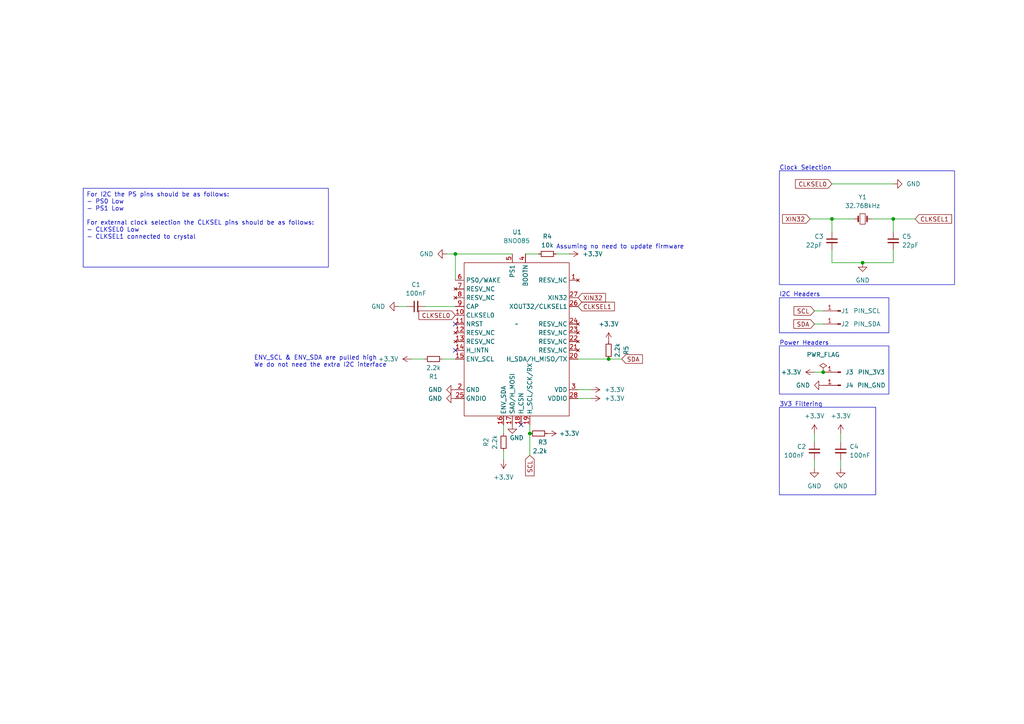
<source format=kicad_sch>
(kicad_sch (version 20230121) (generator eeschema)
  (paper "A4")
  (lib_symbols
    (symbol "BNO08x:BNO085"
      (property "Reference" "U" (at 0 26.67 0))
      (symbol "BNO085_0_1"
        (rectangle (start -15.24 17.78) (end 15.24 -26.67))
      )
      (symbol "BNO085_1_1"
        (text "BNO085" (at 0 24.13 0) (effects (font (size 1.27 1.27))))
        (pin no_connect line (at 17.78 12.7 180) (length 2.54) (name "RESV_NC") (number "1"))
        (pin input line (at -17.78 2.54 0) (length 2.54) (name "CLKSEL0") (number "10"))
        (pin input line (at -17.78 0 0) (length 2.54) (name "NRST") (number "11"))
        (pin no_connect line (at -17.78 -2.54 0) (length 2.54) (name "RESV_NC") (number "12"))
        (pin no_connect line (at -17.78 -5.08 0) (length 2.54) (name "RESV_NC") (number "13"))
        (pin output line (at -17.78 -7.62 0) (length 2.54) (name "H_INTN") (number "14"))
        (pin bidirectional line (at -17.78 -10.16 0) (length 2.54) (name "ENV_SCL") (number "15"))
        (pin bidirectional line (at -3.81 -29.21 90) (length 2.54) (name "ENV_SDA") (number "16"))
        (pin input line (at -1.27 -29.21 90) (length 2.54) (name "SA0/H_MOSI") (number "17"))
        (pin input line (at 1.27 -29.21 90) (length 2.54) (name "H_CSN") (number "18"))
        (pin bidirectional line (at 3.81 -29.21 90) (length 2.54) (name "H_SCL/SCK/RX") (number "19"))
        (pin input line (at -17.78 -19.05 0) (length 2.54) (name "GND") (number "2"))
        (pin bidirectional line (at 17.78 -10.16 180) (length 2.54) (name "H_SDA/H_MISO/TX") (number "20"))
        (pin no_connect line (at 17.78 -7.62 180) (length 2.54) (name "RESV_NC") (number "21"))
        (pin no_connect line (at 17.78 -5.08 180) (length 2.54) (name "RESV_NC") (number "22"))
        (pin no_connect line (at 17.78 -2.54 180) (length 2.54) (name "RESV_NC") (number "23"))
        (pin no_connect line (at 17.78 0 180) (length 2.54) (name "RESV_NC") (number "24"))
        (pin input line (at -17.78 -21.59 0) (length 2.54) (name "GNDIO") (number "25"))
        (pin input line (at 17.78 5.08 180) (length 2.54) (name "XOUT32/CLKSEL1") (number "26"))
        (pin input line (at 17.78 7.62 180) (length 2.54) (name "XIN32") (number "27"))
        (pin power_in line (at 17.78 -21.59 180) (length 2.54) (name "VDDIO") (number "28"))
        (pin power_in line (at 17.78 -19.05 180) (length 2.54) (name "VDD") (number "3"))
        (pin input line (at 2.54 20.32 270) (length 2.54) (name "BOOTN") (number "4"))
        (pin input line (at -1.27 20.32 270) (length 2.54) (name "PS1") (number "5"))
        (pin input line (at -17.78 12.7 0) (length 2.54) (name "PS0/WAKE") (number "6"))
        (pin no_connect line (at -17.78 10.16 0) (length 2.54) (name "RESV_NC") (number "7"))
        (pin no_connect line (at -17.78 7.62 0) (length 2.54) (name "RESV_NC") (number "8"))
        (pin input line (at -17.78 5.08 0) (length 2.54) (name "CAP") (number "9"))
      )
    )
    (symbol "Connector:Conn_01x01_Pin" (pin_names (offset 1.016) hide)
      (property "Reference" "J" (at 0 2.54 0))
      (property "Value" "Conn_01x01_Pin" (at 0 -2.54 0))
      (symbol "Conn_01x01_Pin_1_1"
        (polyline (pts (xy 1.27 0) (xy 0.8636 0)) (stroke (width 0.1524)))
        (rectangle (start 0.8636 0.127) (end 0 -0.127) (stroke (width 0.1524)) (fill (type outline)))
        (pin passive line (at 5.08 0 180) (length 3.81) (name "Pin_1") (number "1"))
      )
    )
    (symbol "Device:C_Small" (pin_numbers hide) (pin_names (offset 0.254) hide)
      (property "Reference" "C" (at 0.254 1.778 0))
      (property "Value" "C_Small" (at 0.254 -2.032 0))
      (symbol "C_Small_0_1"
        (polyline (pts (xy -1.524 -0.508) (xy 1.524 -0.508)) (stroke (width 0.3302)))
        (polyline (pts (xy -1.524 0.508) (xy 1.524 0.508)) (stroke (width 0.3048)))
      )
      (symbol "C_Small_1_1"
        (pin passive line (at 0 2.54 270) (length 2.032) (name "~") (number "1"))
        (pin passive line (at 0 -2.54 90) (length 2.032) (name "~") (number "2"))
      )
    )
    (symbol "Device:Crystal_Small" (pin_numbers hide) (pin_names (offset 1.016) hide)
      (property "Reference" "Y" (at 0 2.54 0))
      (property "Value" "Crystal_Small" (at 0 -2.54 0))
      (symbol "Crystal_Small_0_1"
        (rectangle (start -0.762 -1.524) (end 0.762 1.524))
        (polyline (pts (xy -1.27 -0.762) (xy -1.27 0.762)) (stroke (width 0.381)))
        (polyline (pts (xy 1.27 -0.762) (xy 1.27 0.762)) (stroke (width 0.381)))
      )
      (symbol "Crystal_Small_1_1"
        (pin passive line (at -2.54 0 0) (length 1.27) (name "1") (number "1"))
        (pin passive line (at 2.54 0 180) (length 1.27) (name "2") (number "2"))
      )
    )
    (symbol "Device:R_Small" (pin_numbers hide) (pin_names (offset 0.254) hide)
      (property "Reference" "R" (at 0.762 0.508 0))
      (property "Value" "R_Small" (at 0.762 -1.016 0))
      (symbol "R_Small_0_1"
        (rectangle (start -0.762 1.778) (end 0.762 -1.778) (stroke (width 0.2032)))
      )
      (symbol "R_Small_1_1"
        (pin passive line (at 0 2.54 270) (length 0.762) (name "~") (number "1"))
        (pin passive line (at 0 -2.54 90) (length 0.762) (name "~") (number "2"))
      )
    )
    (symbol "power:+3.3V" (power) (pin_names (offset 0))
      (property "Value" "+3.3V" (at 0 3.556 0))
      (symbol "+3.3V_0_1"
        (polyline (pts (xy -0.762 1.27) (xy 0 2.54)))
        (polyline (pts (xy 0 0) (xy 0 2.54)))
        (polyline (pts (xy 0 2.54) (xy 0.762 1.27)))
      )
      (symbol "+3.3V_1_1"
        (pin power_in line (at 0 0 90) (length 0) hide (name "+3.3V") (number "1"))
      )
    )
    (symbol "power:GND" (power) (pin_names (offset 0))
      (property "Value" "GND" (at 0 -3.81 0))
      (symbol "GND_0_1"
        (polyline (pts (xy 0 0) (xy 0 -1.27) (xy 1.27 -1.27) (xy 0 -2.54) (xy -1.27 -1.27) (xy 0 -1.27)))
      )
      (symbol "GND_1_1"
        (pin power_in line (at 0 0 270) (length 0) hide (name "GND") (number "1"))
      )
    )
    (symbol "power:PWR_FLAG" (power) (pin_numbers hide) (pin_names (offset 0) hide)
      (property "Value" "PWR_FLAG" (at 0 3.81 0))
      (symbol "PWR_FLAG_0_0"
        (pin power_out line (at 0 0 90) (length 0) (name "pwr") (number "1"))
      )
      (symbol "PWR_FLAG_0_1"
        (polyline (pts (xy 0 0) (xy 0 1.27) (xy -1.016 1.905) (xy 0 2.54) (xy 1.016 1.905) (xy 0 1.27)))
      )
    )
  )
  (junction (at 238.76 107.95))
  (junction (at 132.08 73.66))
  (junction (at 250.19 76.2))
  (junction (at 153.67 125.73))
  (junction (at 176.53 104.14))
  (junction (at 259.08 63.5))
  (junction (at 241.3 63.5))
  (no_connect (at 132.08 93.98))
  (no_connect (at 151.13 123.19))
  (no_connect (at 132.08 101.6))
  (wire (pts (xy 146.05 123.19) (xy 146.05 125.73)))
  (wire (pts (xy 259.08 63.5) (xy 259.08 67.31)))
  (wire (pts (xy 153.67 125.73) (xy 153.67 132.08)))
  (wire (pts (xy 241.3 76.2) (xy 241.3 72.39)))
  (wire (pts (xy 153.67 123.19) (xy 153.67 125.73)))
  (wire (pts (xy 132.08 73.66) (xy 148.59 73.66)))
  (wire (pts (xy 259.08 63.5) (xy 265.43 63.5)))
  (wire (pts (xy 115.57 88.9) (xy 118.11 88.9)))
  (wire (pts (xy 161.29 73.66) (xy 165.1 73.66)))
  (wire (pts (xy 236.22 133.35) (xy 236.22 135.89)))
  (wire (pts (xy 241.3 53.34) (xy 259.08 53.34)))
  (wire (pts (xy 119.38 104.14) (xy 123.19 104.14)))
  (wire (pts (xy 129.54 73.66) (xy 132.08 73.66)))
  (wire (pts (xy 241.3 63.5) (xy 247.65 63.5)))
  (wire (pts (xy 250.19 76.2) (xy 241.3 76.2)))
  (wire (pts (xy 236.22 90.17) (xy 238.76 90.17)))
  (wire (pts (xy 259.08 76.2) (xy 250.19 76.2)))
  (wire (pts (xy 241.3 63.5) (xy 241.3 67.31)))
  (wire (pts (xy 236.22 107.95) (xy 238.76 107.95)))
  (wire (pts (xy 236.22 125.73) (xy 236.22 128.27)))
  (wire (pts (xy 123.19 88.9) (xy 132.08 88.9)))
  (wire (pts (xy 236.22 93.98) (xy 238.76 93.98)))
  (wire (pts (xy 167.64 104.14) (xy 176.53 104.14)))
  (wire (pts (xy 167.64 115.57) (xy 171.45 115.57)))
  (wire (pts (xy 234.95 63.5) (xy 241.3 63.5)))
  (wire (pts (xy 243.84 133.35) (xy 243.84 135.89)))
  (wire (pts (xy 128.27 104.14) (xy 132.08 104.14)))
  (wire (pts (xy 259.08 72.39) (xy 259.08 76.2)))
  (wire (pts (xy 132.08 73.66) (xy 132.08 81.28)))
  (wire (pts (xy 176.53 104.14) (xy 180.34 104.14)))
  (wire (pts (xy 167.64 113.03) (xy 171.45 113.03)))
  (wire (pts (xy 243.84 125.73) (xy 243.84 128.27)))
  (wire (pts (xy 146.05 130.81) (xy 146.05 133.35)))
  (wire (pts (xy 152.4 73.66) (xy 156.21 73.66)))
  (wire (pts (xy 252.73 63.5) (xy 259.08 63.5)))
  (rectangle (start 226.06 49.53) (end 276.86 82.55))
  (rectangle (start 226.06 86.36) (end 257.81 96.52))
  (rectangle (start 226.06 100.33) (end 257.81 114.3))
  (rectangle (start 226.06 118.11) (end 254 143.51))
  (text_box "For I2C the PS pins should be as follows:\n- PS0 Low\n- PS1 Low\n\nFor external clock selection the CLKSEL pins should be as follows:\n- CLKSEL0 Low\n- CLKSEL1 connected to crystal" (at 24.13 54.61 0) (size 71.12 22.86) (effects (font (size 1.27 1.27)) (justify left top)))
  (text "3V3 Filtering" (at 226.06 118.11 0) (effects (font (size 1.27 1.27)) (justify left bottom)))
  (text "Assuming no need to update firmware" (at 161.29 72.39 0) (effects (font (size 1.27 1.27)) (justify left bottom)))
  (text "Clock Selection" (at 226.06 49.53 0) (effects (font (size 1.27 1.27)) (justify left bottom)))
  (text "I2C Headers" (at 226.0444 86.2455 0) (effects (font (size 1.27 1.27)) (justify left bottom)))
  (text "ENV_SCL & ENV_SDA are pulled high \nWe do not need the extra I2C interface" (at 73.66 106.68 0) (effects (font (size 1.27 1.27)) (justify left bottom)))
  (text "Power Headers" (at 226.06 100.33 0) (effects (font (size 1.27 1.27)) (justify left bottom)))
  (global_label "CLKSEL0" (shape input) (at 241.3 53.34 180) (property "Intersheetrefs" "${INTERSHEET_REFS}" (effects hide)))
  (global_label "CLKSEL1" (shape input) (at 265.43 63.5 0) (property "Intersheetrefs" "${INTERSHEET_REFS}" (effects hide)))
  (global_label "CLKSEL1" (shape input) (at 167.64 88.9 0) (property "Intersheetrefs" "${INTERSHEET_REFS}" (effects hide)))
  (global_label "XIN32" (shape input) (at 167.64 86.36 0) (property "Intersheetrefs" "${INTERSHEET_REFS}" (effects hide)))
  (global_label "SDA" (shape input) (at 180.34 104.14 0) (property "Intersheetrefs" "${INTERSHEET_REFS}" (effects hide)))
  (global_label "XIN32" (shape input) (at 234.95 63.5 180) (property "Intersheetrefs" "${INTERSHEET_REFS}" (effects hide)))
  (global_label "SDA" (shape input) (at 236.22 93.98 180) (property "Intersheetrefs" "${INTERSHEET_REFS}" (effects hide)))
  (global_label "CLKSEL0" (shape input) (at 132.08 91.44 180) (property "Intersheetrefs" "${INTERSHEET_REFS}" (effects hide)))
  (global_label "SCL" (shape input) (at 236.22 90.17 180) (property "Intersheetrefs" "${INTERSHEET_REFS}" (effects hide)))
  (global_label "SCL" (shape input) (at 153.67 132.08 270) (property "Intersheetrefs" "${INTERSHEET_REFS}" (effects hide)))
  (symbol (lib_id "power:PWR_FLAG") (at 238.76 107.95 0) (unit 1)
    (property "Reference" "#FLG01" (effects hide))
    (property "Value" "PWR_FLAG" (at 238.76 102.87 0))
  )
  (symbol (lib_id "Device:R_Small") (at 158.75 73.66 90) (unit 1)
    (property "Reference" "R4" (at 158.75 68.58 90))
    (property "Value" "10k" (at 158.75 71.12 90))
    (property "Footprint" "Resistor_SMD:R_0402_1005Metric" (effects hide))
  )
  (symbol (lib_id "Device:R_Small") (at 125.73 104.14 90) (unit 1)
    (property "Reference" "R1" (at 125.73 109.22 90))
    (property "Value" "2.2k" (at 125.73 106.68 90))
    (property "Footprint" "Resistor_SMD:R_0402_1005Metric" (effects hide))
  )
  (symbol (lib_id "Device:C_Small") (at 241.3 69.85 0) (unit 1)
    (property "Reference" "C3" (at 236.22 68.58 0) (effects (justify left)))
    (property "Value" "22pF" (at 233.68 71.12 0) (effects (justify left)))
    (property "Footprint" "Capacitor_SMD:C_0402_1005Metric" (effects hide))
  )
  (symbol (lib_id "power:GND") (at 148.59 123.19 0) (unit 1)
    (property "Reference" "#PWR07" (effects hide))
    (property "Value" "GND" (at 149.86 127 0))
  )
  (symbol (lib_id "Device:R_Small") (at 156.21 125.73 90) (mirror x) (unit 1)
    (property "Reference" "R3" (at 158.75 128.27 90) (effects (justify left)))
    (property "Value" "2.2k" (at 158.75 130.81 90) (effects (justify left)))
    (property "Footprint" "Resistor_SMD:R_0402_1005Metric" (effects hide))
  )
  (symbol (lib_id "Device:C_Small") (at 259.08 69.85 0) (unit 1)
    (property "Reference" "C5" (at 261.62 68.5863 0) (effects (justify left)))
    (property "Value" "22pF" (at 261.62 71.1263 0) (effects (justify left)))
    (property "Footprint" "Capacitor_SMD:C_0402_1005Metric" (effects hide))
  )
  (symbol (lib_id "Device:C_Small") (at 236.22 130.81 0) (unit 1)
    (property "Reference" "C2" (at 231.14 129.54 0) (effects (justify left)))
    (property "Value" "100nF" (at 227.33 132.08 0) (effects (justify left)))
    (property "Footprint" "Capacitor_SMD:C_0402_1005Metric" (effects hide))
  )
  (symbol (lib_id "power:+3.3V") (at 158.75 125.73 270) (mirror x) (unit 1)
    (property "Reference" "#PWR08" (effects hide))
    (property "Value" "+3.3V" (at 165.1 125.73 90))
  )
  (symbol (lib_id "power:GND") (at 132.08 115.57 270) (unit 1)
    (property "Reference" "#PWR05" (effects hide))
    (property "Value" "GND" (at 128.27 115.57 90) (effects (justify right)))
  )
  (symbol (lib_id "power:+3.3V") (at 146.05 133.35 180) (unit 1)
    (property "Reference" "#PWR06" (effects hide))
    (property "Value" "+3.3V" (at 146.05 138.43 0))
  )
  (symbol (lib_id "power:GND") (at 238.76 111.76 270) (unit 1)
    (property "Reference" "#PWR016" (effects hide))
    (property "Value" "GND" (at 234.95 111.76 90) (effects (justify right)))
  )
  (symbol (lib_id "power:GND") (at 259.08 53.34 90) (unit 1)
    (property "Reference" "#PWR020" (effects hide))
    (property "Value" "GND" (at 262.89 53.34 90) (effects (justify right)))
  )
  (symbol (lib_id "BNO08x:BNO085") (at 149.86 93.98 0) (unit 1)
    (property "Reference" "U1" (at 148.59 67.31 0) (effects (justify left)))
    (property "Value" "~" (at 149.86 93.98 0))
    (property "Footprint" "Package_LGA:LGA-28_5.2x3.8mm_P0.5mm" (effects hide))
  )
  (symbol (lib_id "Connector:Conn_01x01_Pin") (at 243.84 90.17 180) (unit 1)
    (property "Reference" "J1" (at 245.11 90.17 0))
    (property "Value" "PIN_SCL" (at 251.46 90.17 0))
    (property "Footprint" "Connector_PinHeader_1.00mm:PinHeader_1x01_P1.00mm_Vertical" (effects hide))
  )
  (symbol (lib_id "power:GND") (at 243.84 135.89 0) (unit 1)
    (property "Reference" "#PWR018" (effects hide))
    (property "Value" "GND" (at 243.84 140.97 0))
  )
  (symbol (lib_id "power:GND") (at 132.08 113.03 270) (unit 1)
    (property "Reference" "#PWR04" (effects hide))
    (property "Value" "GND" (at 128.27 113.03 90) (effects (justify right)))
  )
  (symbol (lib_id "Device:C_Small") (at 120.65 88.9 90) (unit 1)
    (property "Reference" "C1" (at 120.6563 82.55 90))
    (property "Value" "100nF" (at 120.6563 85.09 90))
    (property "Footprint" "Capacitor_SMD:C_0402_1005Metric" (effects hide))
  )
  (symbol (lib_id "power:+3.3V") (at 119.38 104.14 90) (unit 1)
    (property "Reference" "#PWR02" (effects hide))
    (property "Value" "+3.3V" (at 115.57 104.14 90) (effects (justify left)))
  )
  (symbol (lib_id "Connector:Conn_01x01_Pin") (at 243.84 111.76 180) (unit 1)
    (property "Reference" "J4" (at 246.38 111.76 0))
    (property "Value" "PIN_GND" (at 252.73 111.76 0))
    (property "Footprint" "Connector_PinHeader_1.00mm:PinHeader_1x01_P1.00mm_Vertical" (effects hide))
  )
  (symbol (lib_id "power:+3.3V") (at 165.1 73.66 270) (unit 1)
    (property "Reference" "#PWR09" (effects hide))
    (property "Value" "+3.3V" (at 168.91 73.66 90) (effects (justify left)))
  )
  (symbol (lib_id "power:+3.3V") (at 236.22 125.73 0) (unit 1)
    (property "Reference" "#PWR014" (effects hide))
    (property "Value" "+3.3V" (at 236.22 120.65 0))
  )
  (symbol (lib_id "power:+3.3V") (at 171.45 115.57 270) (unit 1)
    (property "Reference" "#PWR011" (effects hide))
    (property "Value" "+3.3V" (at 175.26 115.57 90) (effects (justify left)))
  )
  (symbol (lib_id "Connector:Conn_01x01_Pin") (at 243.84 93.98 180) (unit 1)
    (property "Reference" "J2" (at 245.11 93.98 0))
    (property "Value" "PIN_SDA" (at 251.46 93.98 0))
    (property "Footprint" "Connector_PinHeader_1.00mm:PinHeader_1x01_P1.00mm_Vertical" (effects hide))
  )
  (symbol (lib_id "power:GND") (at 250.19 76.2 0) (unit 1)
    (property "Reference" "#PWR019" (effects hide))
    (property "Value" "GND" (at 250.19 81.28 0))
  )
  (symbol (lib_id "power:+3.3V") (at 236.22 107.95 90) (unit 1)
    (property "Reference" "#PWR013" (effects hide))
    (property "Value" "+3.3V" (at 232.41 107.95 90) (effects (justify left)))
  )
  (symbol (lib_id "Device:Crystal_Small") (at 250.19 63.5 0) (unit 1)
    (property "Reference" "Y1" (at 250.19 57.15 0))
    (property "Value" "32.768kHz" (at 250.19 59.69 0))
    (property "Footprint" "Crystal:Crystal_SMD_MicroCrystal_CM9V-T1A-2Pin_1.6x1.0mm" (effects hide))
  )
  (symbol (lib_id "power:+3.3V") (at 171.45 113.03 270) (unit 1)
    (property "Reference" "#PWR010" (effects hide))
    (property "Value" "+3.3V" (at 175.26 113.03 90) (effects (justify left)))
  )
  (symbol (lib_id "Device:C_Small") (at 243.84 130.81 0) (unit 1)
    (property "Reference" "C4" (at 246.38 129.5463 0) (effects (justify left)))
    (property "Value" "100nF" (at 246.38 132.0863 0) (effects (justify left)))
    (property "Footprint" "Capacitor_SMD:C_0402_1005Metric" (effects hide))
  )
  (symbol (lib_id "power:+3.3V") (at 243.84 125.73 0) (unit 1)
    (property "Reference" "#PWR017" (effects hide))
    (property "Value" "+3.3V" (at 243.84 120.65 0))
  )
  (symbol (lib_id "Device:R_Small") (at 176.53 101.6 0) (unit 1)
    (property "Reference" "R5" (at 181.61 101.6 90))
    (property "Value" "2.2k" (at 179.07 101.6 90))
    (property "Footprint" "Resistor_SMD:R_0402_1005Metric" (effects hide))
  )
  (symbol (lib_id "power:+3.3V") (at 176.53 99.06 0) (unit 1)
    (property "Reference" "#PWR012" (effects hide))
    (property "Value" "+3.3V" (at 176.53 93.98 0))
  )
  (symbol (lib_id "power:GND") (at 115.57 88.9 270) (unit 1)
    (property "Reference" "#PWR01" (effects hide))
    (property "Value" "GND" (at 111.76 88.9 90) (effects (justify right)))
  )
  (symbol (lib_id "Device:R_Small") (at 146.05 128.27 0) (unit 1)
    (property "Reference" "R2" (at 140.97 128.27 90))
    (property "Value" "2.2k" (at 143.51 128.27 90))
    (property "Footprint" "Resistor_SMD:R_0402_1005Metric" (effects hide))
  )
  (symbol (lib_id "power:GND") (at 236.22 135.89 0) (unit 1)
    (property "Reference" "#PWR015" (effects hide))
    (property "Value" "GND" (at 236.22 140.97 0))
  )
  (symbol (lib_id "Connector:Conn_01x01_Pin") (at 243.84 107.95 180) (unit 1)
    (property "Reference" "J3" (at 246.38 107.95 0))
    (property "Value" "PIN_3V3" (at 252.73 107.95 0))
    (property "Footprint" "Connector_PinHeader_1.00mm:PinHeader_1x01_P1.00mm_Vertical" (effects hide))
  )
  (symbol (lib_id "power:GND") (at 129.54 73.66 270) (unit 1)
    (property "Reference" "#PWR03" (effects hide))
    (property "Value" "GND" (at 125.73 73.66 90) (effects (justify right)))
  )
)
</source>
